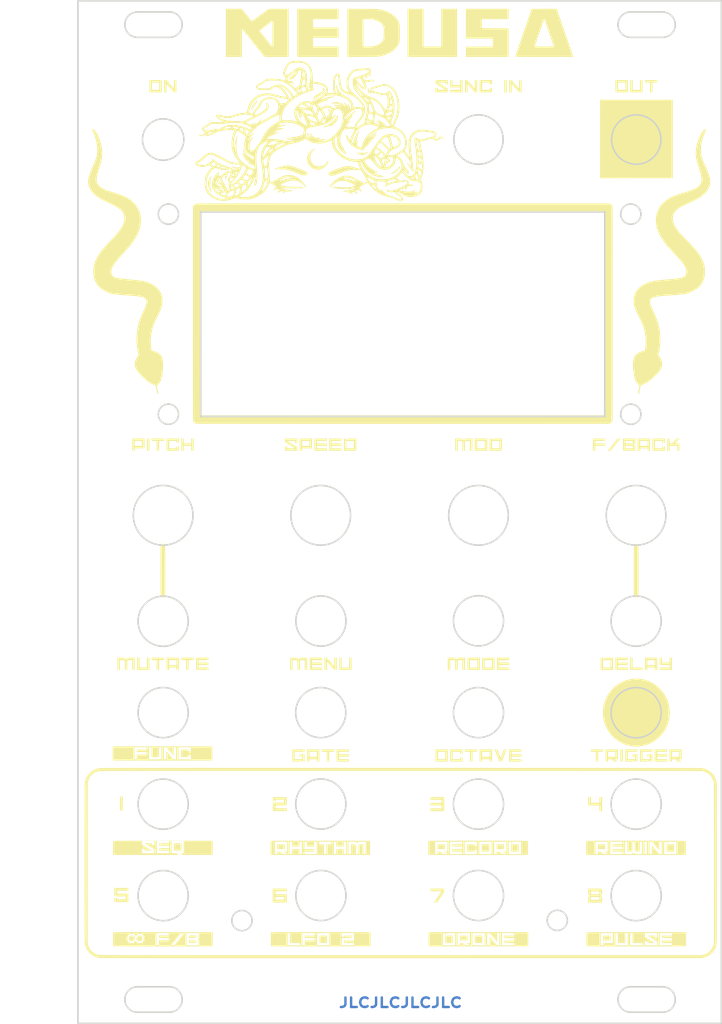
<source format=kicad_pcb>
(kicad_pcb (version 20241229) (generator "pcbnew") (generator_version "9.0")
  (layers (0 "F.Cu" signal) (2 "B.Cu" signal) (13 "F.Paste" user) (15 "B.Paste" user) (5 "F.SilkS" user "F.Silkscreen") (7 "B.SilkS" user "B.Silkscreen") (1 "F.Mask" user) (3 "B.Mask" user) (25 "Edge.Cuts" user))
  (net 0 "")
  (footprint "Front Panel:Medusa" (layer "F.Cu") (at 88.3 84.8)
    (property "Reference" "G***" (hide yes))
    (property "Value" "LOGO" (hide yes))
  )
  (gr_circle (center 108.5632 101.7596) (end 111.7132 101.7596) (stroke (width 0.2)) (fill no) (layer "Edge.Cuts"))
  (gr_arc (start 171.35035 147.695206) (mid 172.950392 149.292671) (end 171.355409 150.895206) (stroke (width 0.2)) (layer "Edge.Cuts"))
  (gr_arc (start 171.35035 25.195206) (mid 172.950392 26.792834) (end 171.355082 28.395206) (stroke (width 0.2)) (layer "Edge.Cuts"))
  (gr_arc (start 109.35035 25.195206) (mid 110.950292 26.792834) (end 109.355082 28.395206) (stroke (width 0.2)) (layer "Edge.Cuts"))
  (gr_circle (center 108.5632 41.2314) (end 111.1632 41.2314) (stroke (width 0.2)) (fill no) (layer "Edge.Cuts"))
  (gr_line (start 167.35035 147.695214) (end 167.35035 147.695206) (stroke (width 0.2)) (layer "Edge.Cuts"))
  (gr_arc (start 105.35035 150.895206) (mid 103.750354 149.29521) (end 105.35035 147.695206) (stroke (width 0.2)) (layer "Edge.Cuts"))
  (gr_line (start 167.35035 150.895206) (end 171.355409 150.895206) (stroke (width 0.2)) (layer "Edge.Cuts"))
  (gr_circle (center 148.2126 41.2314) (end 151.3126 41.2314) (stroke (width 0.2)) (fill no) (layer "Edge.Cuts"))
  (gr_line (start 167.35035 25.195214) (end 167.35035 25.195206) (stroke (width 0.2)) (layer "Edge.Cuts"))
  (gr_circle (center 158.1186 139.3516) (end 159.3886 139.3516) (stroke (width 0.2)) (fill no) (layer "Edge.Cuts"))
  (gr_circle (center 168.0373 136.2401) (end 171.1873 136.2401) (stroke (width 0.2)) (fill no) (layer "Edge.Cuts"))
  (gr_circle (center 108.5632 113.2404) (end 111.7132 113.2404) (stroke (width 0.2)) (fill no) (layer "Edge.Cuts"))
  (gr_circle (center 168.05 41.2314) (end 171.15 41.2314) (stroke (width 0.2)) (fill no) (layer "Edge.Cuts"))
  (gr_line (start 113.2876 50.3246) (end 164.0876 50.3246) (stroke (width 0.2)) (layer "Edge.Cuts"))
  (gr_line (start 178.75035 152.295206) (end 97.85035 152.295206) (stroke (width 0.2)) (layer "Edge.Cuts"))
  (gr_circle (center 108.5632 88.45) (end 112.3132 88.45) (stroke (width 0.2)) (fill no) (layer "Edge.Cuts"))
  (gr_circle (center 128.4006 136.2274) (end 131.5506 136.2274) (stroke (width 0.2)) (fill no) (layer "Edge.Cuts"))
  (gr_circle (center 148.2126 113.2404) (end 151.3626 113.2404) (stroke (width 0.2)) (fill no) (layer "Edge.Cuts"))
  (gr_circle (center 148.2126 101.7088) (end 151.3626 101.7088) (stroke (width 0.2)) (fill no) (layer "Edge.Cuts"))
  (gr_circle (center 167.3642 75.75) (end 168.6342 75.75) (stroke (width 0.2)) (fill no) (layer "Edge.Cuts"))
  (gr_circle (center 148.2126 136.2274) (end 151.3626 136.2274) (stroke (width 0.2)) (fill no) (layer "Edge.Cuts"))
  (gr_circle (center 148.2126 88.45) (end 151.9626 88.45) (stroke (width 0.2)) (fill no) (layer "Edge.Cuts"))
  (gr_circle (center 118.4692 139.377) (end 119.7392 139.377) (stroke (width 0.2)) (fill no) (layer "Edge.Cuts"))
  (gr_circle (center 128.3879 124.7339) (end 131.5379 124.7339) (stroke (width 0.2)) (fill no) (layer "Edge.Cuts"))
  (gr_circle (center 109.2236 50.604) (end 110.4936 50.604) (stroke (width 0.2)) (fill no) (layer "Edge.Cuts"))
  (gr_circle (center 109.2236 75.75) (end 110.4936 75.75) (stroke (width 0.2)) (fill no) (layer "Edge.Cuts"))
  (gr_arc (start 109.350346 147.695206) (mid 110.950292 149.292669) (end 109.355409 150.895206) (stroke (width 0.2)) (layer "Edge.Cuts"))
  (gr_circle (center 168.0373 101.7469) (end 171.1873 101.7469) (stroke (width 0.2)) (fill no) (layer "Edge.Cuts"))
  (gr_arc (start 167.35035 150.895206) (mid 165.750394 149.2952) (end 167.35035 147.695214) (stroke (width 0.2)) (layer "Edge.Cuts"))
  (gr_line (start 167.35035 28.395206) (end 171.355082 28.395206) (stroke (width 0.2)) (layer "Edge.Cuts"))
  (gr_circle (center 168.0246 88.44995) (end 171.7746 88.44995) (stroke (width 0.2)) (fill no) (layer "Edge.Cuts"))
  (gr_circle (center 108.5632 136.2401) (end 111.7132 136.2401) (stroke (width 0.2)) (fill no) (layer "Edge.Cuts"))
  (gr_line (start 109.350346 147.695206) (end 105.35035 147.695206) (stroke (width 0.2)) (layer "Edge.Cuts"))
  (gr_arc (start 105.35035 28.395206) (mid 103.750354 26.79521) (end 105.35035 25.195206) (stroke (width 0.2)) (layer "Edge.Cuts"))
  (gr_line (start 113.2876 76.0294) (end 113.2876 50.3246) (stroke (width 0.2)) (layer "Edge.Cuts"))
  (gr_arc (start 167.35035 28.395206) (mid 165.750394 26.7952) (end 167.35035 25.195214) (stroke (width 0.2)) (layer "Edge.Cuts"))
  (gr_line (start 178.75035 23.795206) (end 178.75035 152.295206) (stroke (width 0.2)) (layer "Edge.Cuts"))
  (gr_circle (center 167.3642 50.604) (end 168.6342 50.604) (stroke (width 0.2)) (fill no) (layer "Edge.Cuts"))
  (gr_line (start 171.35035 147.695206) (end 167.35035 147.695206) (stroke (width 0.2)) (layer "Edge.Cuts"))
  (gr_circle (center 128.3752 113.2404) (end 131.5252 113.2404) (stroke (width 0.2)) (fill no) (layer "Edge.Cuts"))
  (gr_line (start 97.85035 152.295206) (end 97.85035 23.795206) (stroke (width 0.2)) (layer "Edge.Cuts"))
  (gr_circle (center 128.3752 88.45) (end 132.1252 88.45) (stroke (width 0.2)) (fill no) (layer "Edge.Cuts"))
  (gr_circle (center 108.5632 124.7466) (end 111.7132 124.7466) (stroke (width 0.2)) (fill no) (layer "Edge.Cuts"))
  (gr_line (start 164.0876 76.0294) (end 113.2876 76.0294) (stroke (width 0.2)) (layer "Edge.Cuts"))
  (gr_line (start 105.35035 150.895206) (end 109.355409 150.895206) (stroke (width 0.2)) (layer "Edge.Cuts"))
  (gr_line (start 105.35035 28.395206) (end 109.355082 28.395206) (stroke (width 0.2)) (layer "Edge.Cuts"))
  (gr_circle (center 168.0373 113.2531) (end 171.1873 113.2531) (stroke (width 0.2)) (fill no) (layer "Edge.Cuts"))
  (gr_circle (center 168.0373 124.7466) (end 171.1873 124.7466) (stroke (width 0.2)) (fill no) (layer "Edge.Cuts"))
  (gr_line (start 97.85035 23.795206) (end 178.75035 23.795206) (stroke (width 0.2)) (layer "Edge.Cuts"))
  (gr_line (start 164.0876 50.3246) (end 164.0876 76.0294) (stroke (width 0.2)) (layer "Edge.Cuts"))
  (gr_line (start 171.35035 25.195206) (end 167.35035 25.195206) (stroke (width 0.2)) (layer "Edge.Cuts"))
  (gr_circle (center 148.2126 124.7466) (end 151.3626 124.7466) (stroke (width 0.2)) (fill no) (layer "Edge.Cuts"))
  (gr_circle (center 128.4006 101.7342) (end 131.5506 101.7342) (stroke (width 0.2)) (fill no) (layer "Edge.Cuts"))
  (gr_line (start 109.35035 25.195206) (end 105.35035 25.195206) (stroke (width 0.2)) (layer "Edge.Cuts"))
  (gr_text "JLCJLCJLCJLC" (at 130.5 150.4 0) (layer "B.Cu") (effects (font (size 1.2 1.5) (thickness 0.3) (bold yes)) (justify left bottom)))
)
</source>
